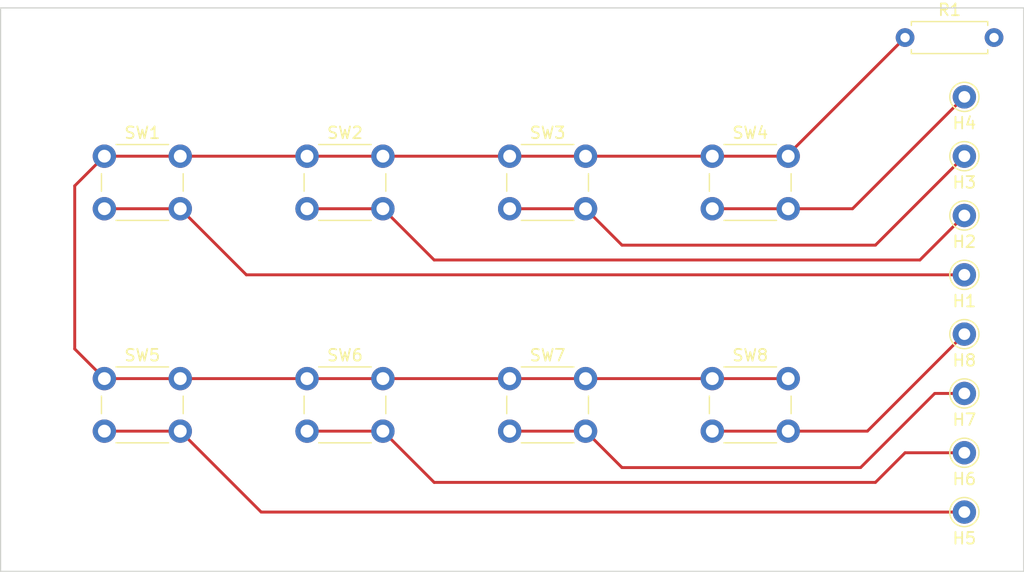
<source format=kicad_pcb>
(kicad_pcb (version 20171130) (host pcbnew "(5.1.7)-1")

  (general
    (thickness 1.6)
    (drawings 4)
    (tracks 49)
    (zones 0)
    (modules 17)
    (nets 11)
  )

  (page A4)
  (layers
    (0 F.Cu signal)
    (31 B.Cu signal)
    (32 B.Adhes user)
    (33 F.Adhes user)
    (34 B.Paste user)
    (35 F.Paste user)
    (36 B.SilkS user)
    (37 F.SilkS user)
    (38 B.Mask user)
    (39 F.Mask user)
    (40 Dwgs.User user)
    (41 Cmts.User user)
    (42 Eco1.User user)
    (43 Eco2.User user)
    (44 Edge.Cuts user)
    (45 Margin user)
    (46 B.CrtYd user)
    (47 F.CrtYd user)
    (48 B.Fab user)
    (49 F.Fab user hide)
  )

  (setup
    (last_trace_width 0.25)
    (trace_clearance 0.2)
    (zone_clearance 0.508)
    (zone_45_only no)
    (trace_min 0.2)
    (via_size 0.8)
    (via_drill 0.4)
    (via_min_size 0.4)
    (via_min_drill 0.3)
    (uvia_size 0.3)
    (uvia_drill 0.1)
    (uvias_allowed no)
    (uvia_min_size 0.2)
    (uvia_min_drill 0.1)
    (edge_width 0.05)
    (segment_width 0.2)
    (pcb_text_width 0.3)
    (pcb_text_size 1.5 1.5)
    (mod_edge_width 0.12)
    (mod_text_size 1 1)
    (mod_text_width 0.15)
    (pad_size 1.524 1.524)
    (pad_drill 0.762)
    (pad_to_mask_clearance 0)
    (aux_axis_origin 0 0)
    (visible_elements FFFFFF7F)
    (pcbplotparams
      (layerselection 0x010fc_ffffffff)
      (usegerberextensions false)
      (usegerberattributes true)
      (usegerberadvancedattributes true)
      (creategerberjobfile true)
      (excludeedgelayer true)
      (linewidth 0.100000)
      (plotframeref false)
      (viasonmask false)
      (mode 1)
      (useauxorigin false)
      (hpglpennumber 1)
      (hpglpenspeed 20)
      (hpglpendiameter 15.000000)
      (psnegative false)
      (psa4output false)
      (plotreference true)
      (plotvalue true)
      (plotinvisibletext false)
      (padsonsilk false)
      (subtractmaskfromsilk false)
      (outputformat 1)
      (mirror false)
      (drillshape 1)
      (scaleselection 1)
      (outputdirectory ""))
  )

  (net 0 "")
  (net 1 1)
  (net 2 2)
  (net 3 3)
  (net 4 4)
  (net 5 5)
  (net 6 6)
  (net 7 7)
  (net 8 8)
  (net 9 "Net-(Hpower1-Pad1)")
  (net 10 VCC)

  (net_class Default "This is the default net class."
    (clearance 0.2)
    (trace_width 0.25)
    (via_dia 0.8)
    (via_drill 0.4)
    (uvia_dia 0.3)
    (uvia_drill 0.1)
    (add_net 1)
    (add_net 2)
    (add_net 3)
    (add_net 4)
    (add_net 5)
    (add_net 6)
    (add_net 7)
    (add_net 8)
    (add_net "Net-(Hpower1-Pad1)")
    (add_net VCC)
  )

  (module Button_Switch_THT:SW_PUSH_6mm (layer F.Cu) (tedit 5A02FE31) (tstamp 5FCEC080)
    (at 149.86 82.55)
    (descr https://www.omron.com/ecb/products/pdf/en-b3f.pdf)
    (tags "tact sw push 6mm")
    (path /5FCF6A0E)
    (fp_text reference SW8 (at 3.25 -2) (layer F.SilkS)
      (effects (font (size 1 1) (thickness 0.15)))
    )
    (fp_text value SW_Push_Dual (at 3.75 6.7) (layer F.Fab)
      (effects (font (size 1 1) (thickness 0.15)))
    )
    (fp_text user %R (at 3.25 2.25) (layer F.Fab)
      (effects (font (size 1 1) (thickness 0.15)))
    )
    (fp_line (start 3.25 -0.75) (end 6.25 -0.75) (layer F.Fab) (width 0.1))
    (fp_line (start 6.25 -0.75) (end 6.25 5.25) (layer F.Fab) (width 0.1))
    (fp_line (start 6.25 5.25) (end 0.25 5.25) (layer F.Fab) (width 0.1))
    (fp_line (start 0.25 5.25) (end 0.25 -0.75) (layer F.Fab) (width 0.1))
    (fp_line (start 0.25 -0.75) (end 3.25 -0.75) (layer F.Fab) (width 0.1))
    (fp_line (start 7.75 6) (end 8 6) (layer F.CrtYd) (width 0.05))
    (fp_line (start 8 6) (end 8 5.75) (layer F.CrtYd) (width 0.05))
    (fp_line (start 7.75 -1.5) (end 8 -1.5) (layer F.CrtYd) (width 0.05))
    (fp_line (start 8 -1.5) (end 8 -1.25) (layer F.CrtYd) (width 0.05))
    (fp_line (start -1.5 -1.25) (end -1.5 -1.5) (layer F.CrtYd) (width 0.05))
    (fp_line (start -1.5 -1.5) (end -1.25 -1.5) (layer F.CrtYd) (width 0.05))
    (fp_line (start -1.5 5.75) (end -1.5 6) (layer F.CrtYd) (width 0.05))
    (fp_line (start -1.5 6) (end -1.25 6) (layer F.CrtYd) (width 0.05))
    (fp_line (start -1.25 -1.5) (end 7.75 -1.5) (layer F.CrtYd) (width 0.05))
    (fp_line (start -1.5 5.75) (end -1.5 -1.25) (layer F.CrtYd) (width 0.05))
    (fp_line (start 7.75 6) (end -1.25 6) (layer F.CrtYd) (width 0.05))
    (fp_line (start 8 -1.25) (end 8 5.75) (layer F.CrtYd) (width 0.05))
    (fp_line (start 1 5.5) (end 5.5 5.5) (layer F.SilkS) (width 0.12))
    (fp_line (start -0.25 1.5) (end -0.25 3) (layer F.SilkS) (width 0.12))
    (fp_line (start 5.5 -1) (end 1 -1) (layer F.SilkS) (width 0.12))
    (fp_line (start 6.75 3) (end 6.75 1.5) (layer F.SilkS) (width 0.12))
    (fp_circle (center 3.25 2.25) (end 1.25 2.5) (layer F.Fab) (width 0.1))
    (pad 1 thru_hole circle (at 6.5 0 90) (size 2 2) (drill 1.1) (layers *.Cu *.Mask)
      (net 10 VCC))
    (pad 2 thru_hole circle (at 6.5 4.5 90) (size 2 2) (drill 1.1) (layers *.Cu *.Mask)
      (net 8 8))
    (pad 1 thru_hole circle (at 0 0 90) (size 2 2) (drill 1.1) (layers *.Cu *.Mask)
      (net 10 VCC))
    (pad 2 thru_hole circle (at 0 4.5 90) (size 2 2) (drill 1.1) (layers *.Cu *.Mask)
      (net 8 8))
    (model ${KISYS3DMOD}/Button_Switch_THT.3dshapes/SW_PUSH_6mm.wrl
      (at (xyz 0 0 0))
      (scale (xyz 1 1 1))
      (rotate (xyz 0 0 0))
    )
  )

  (module Button_Switch_THT:SW_PUSH_6mm (layer F.Cu) (tedit 5A02FE31) (tstamp 5FCEC061)
    (at 132.503332 82.55)
    (descr https://www.omron.com/ecb/products/pdf/en-b3f.pdf)
    (tags "tact sw push 6mm")
    (path /5FCF69FE)
    (fp_text reference SW7 (at 3.25 -2) (layer F.SilkS)
      (effects (font (size 1 1) (thickness 0.15)))
    )
    (fp_text value SW_Push_Dual (at 3.75 6.7) (layer F.Fab)
      (effects (font (size 1 1) (thickness 0.15)))
    )
    (fp_text user %R (at 3.25 2.25) (layer F.Fab)
      (effects (font (size 1 1) (thickness 0.15)))
    )
    (fp_line (start 3.25 -0.75) (end 6.25 -0.75) (layer F.Fab) (width 0.1))
    (fp_line (start 6.25 -0.75) (end 6.25 5.25) (layer F.Fab) (width 0.1))
    (fp_line (start 6.25 5.25) (end 0.25 5.25) (layer F.Fab) (width 0.1))
    (fp_line (start 0.25 5.25) (end 0.25 -0.75) (layer F.Fab) (width 0.1))
    (fp_line (start 0.25 -0.75) (end 3.25 -0.75) (layer F.Fab) (width 0.1))
    (fp_line (start 7.75 6) (end 8 6) (layer F.CrtYd) (width 0.05))
    (fp_line (start 8 6) (end 8 5.75) (layer F.CrtYd) (width 0.05))
    (fp_line (start 7.75 -1.5) (end 8 -1.5) (layer F.CrtYd) (width 0.05))
    (fp_line (start 8 -1.5) (end 8 -1.25) (layer F.CrtYd) (width 0.05))
    (fp_line (start -1.5 -1.25) (end -1.5 -1.5) (layer F.CrtYd) (width 0.05))
    (fp_line (start -1.5 -1.5) (end -1.25 -1.5) (layer F.CrtYd) (width 0.05))
    (fp_line (start -1.5 5.75) (end -1.5 6) (layer F.CrtYd) (width 0.05))
    (fp_line (start -1.5 6) (end -1.25 6) (layer F.CrtYd) (width 0.05))
    (fp_line (start -1.25 -1.5) (end 7.75 -1.5) (layer F.CrtYd) (width 0.05))
    (fp_line (start -1.5 5.75) (end -1.5 -1.25) (layer F.CrtYd) (width 0.05))
    (fp_line (start 7.75 6) (end -1.25 6) (layer F.CrtYd) (width 0.05))
    (fp_line (start 8 -1.25) (end 8 5.75) (layer F.CrtYd) (width 0.05))
    (fp_line (start 1 5.5) (end 5.5 5.5) (layer F.SilkS) (width 0.12))
    (fp_line (start -0.25 1.5) (end -0.25 3) (layer F.SilkS) (width 0.12))
    (fp_line (start 5.5 -1) (end 1 -1) (layer F.SilkS) (width 0.12))
    (fp_line (start 6.75 3) (end 6.75 1.5) (layer F.SilkS) (width 0.12))
    (fp_circle (center 3.25 2.25) (end 1.25 2.5) (layer F.Fab) (width 0.1))
    (pad 1 thru_hole circle (at 6.5 0 90) (size 2 2) (drill 1.1) (layers *.Cu *.Mask)
      (net 10 VCC))
    (pad 2 thru_hole circle (at 6.5 4.5 90) (size 2 2) (drill 1.1) (layers *.Cu *.Mask)
      (net 7 7))
    (pad 1 thru_hole circle (at 0 0 90) (size 2 2) (drill 1.1) (layers *.Cu *.Mask)
      (net 10 VCC))
    (pad 2 thru_hole circle (at 0 4.5 90) (size 2 2) (drill 1.1) (layers *.Cu *.Mask)
      (net 7 7))
    (model ${KISYS3DMOD}/Button_Switch_THT.3dshapes/SW_PUSH_6mm.wrl
      (at (xyz 0 0 0))
      (scale (xyz 1 1 1))
      (rotate (xyz 0 0 0))
    )
  )

  (module Button_Switch_THT:SW_PUSH_6mm (layer F.Cu) (tedit 5A02FE31) (tstamp 5FCEC042)
    (at 115.146666 82.55)
    (descr https://www.omron.com/ecb/products/pdf/en-b3f.pdf)
    (tags "tact sw push 6mm")
    (path /5FCF69EE)
    (fp_text reference SW6 (at 3.25 -2) (layer F.SilkS)
      (effects (font (size 1 1) (thickness 0.15)))
    )
    (fp_text value SW_Push_Dual (at 3.75 6.7) (layer F.Fab)
      (effects (font (size 1 1) (thickness 0.15)))
    )
    (fp_text user %R (at 3.25 2.25) (layer F.Fab)
      (effects (font (size 1 1) (thickness 0.15)))
    )
    (fp_line (start 3.25 -0.75) (end 6.25 -0.75) (layer F.Fab) (width 0.1))
    (fp_line (start 6.25 -0.75) (end 6.25 5.25) (layer F.Fab) (width 0.1))
    (fp_line (start 6.25 5.25) (end 0.25 5.25) (layer F.Fab) (width 0.1))
    (fp_line (start 0.25 5.25) (end 0.25 -0.75) (layer F.Fab) (width 0.1))
    (fp_line (start 0.25 -0.75) (end 3.25 -0.75) (layer F.Fab) (width 0.1))
    (fp_line (start 7.75 6) (end 8 6) (layer F.CrtYd) (width 0.05))
    (fp_line (start 8 6) (end 8 5.75) (layer F.CrtYd) (width 0.05))
    (fp_line (start 7.75 -1.5) (end 8 -1.5) (layer F.CrtYd) (width 0.05))
    (fp_line (start 8 -1.5) (end 8 -1.25) (layer F.CrtYd) (width 0.05))
    (fp_line (start -1.5 -1.25) (end -1.5 -1.5) (layer F.CrtYd) (width 0.05))
    (fp_line (start -1.5 -1.5) (end -1.25 -1.5) (layer F.CrtYd) (width 0.05))
    (fp_line (start -1.5 5.75) (end -1.5 6) (layer F.CrtYd) (width 0.05))
    (fp_line (start -1.5 6) (end -1.25 6) (layer F.CrtYd) (width 0.05))
    (fp_line (start -1.25 -1.5) (end 7.75 -1.5) (layer F.CrtYd) (width 0.05))
    (fp_line (start -1.5 5.75) (end -1.5 -1.25) (layer F.CrtYd) (width 0.05))
    (fp_line (start 7.75 6) (end -1.25 6) (layer F.CrtYd) (width 0.05))
    (fp_line (start 8 -1.25) (end 8 5.75) (layer F.CrtYd) (width 0.05))
    (fp_line (start 1 5.5) (end 5.5 5.5) (layer F.SilkS) (width 0.12))
    (fp_line (start -0.25 1.5) (end -0.25 3) (layer F.SilkS) (width 0.12))
    (fp_line (start 5.5 -1) (end 1 -1) (layer F.SilkS) (width 0.12))
    (fp_line (start 6.75 3) (end 6.75 1.5) (layer F.SilkS) (width 0.12))
    (fp_circle (center 3.25 2.25) (end 1.25 2.5) (layer F.Fab) (width 0.1))
    (pad 1 thru_hole circle (at 6.5 0 90) (size 2 2) (drill 1.1) (layers *.Cu *.Mask)
      (net 10 VCC))
    (pad 2 thru_hole circle (at 6.5 4.5 90) (size 2 2) (drill 1.1) (layers *.Cu *.Mask)
      (net 6 6))
    (pad 1 thru_hole circle (at 0 0 90) (size 2 2) (drill 1.1) (layers *.Cu *.Mask)
      (net 10 VCC))
    (pad 2 thru_hole circle (at 0 4.5 90) (size 2 2) (drill 1.1) (layers *.Cu *.Mask)
      (net 6 6))
    (model ${KISYS3DMOD}/Button_Switch_THT.3dshapes/SW_PUSH_6mm.wrl
      (at (xyz 0 0 0))
      (scale (xyz 1 1 1))
      (rotate (xyz 0 0 0))
    )
  )

  (module Button_Switch_THT:SW_PUSH_6mm (layer F.Cu) (tedit 5A02FE31) (tstamp 5FCEC023)
    (at 97.79 82.55)
    (descr https://www.omron.com/ecb/products/pdf/en-b3f.pdf)
    (tags "tact sw push 6mm")
    (path /5FCF69DE)
    (fp_text reference SW5 (at 3.25 -2) (layer F.SilkS)
      (effects (font (size 1 1) (thickness 0.15)))
    )
    (fp_text value SW_Push_Dual (at 3.75 6.7) (layer F.Fab)
      (effects (font (size 1 1) (thickness 0.15)))
    )
    (fp_text user %R (at 3.25 2.25) (layer F.Fab)
      (effects (font (size 1 1) (thickness 0.15)))
    )
    (fp_line (start 3.25 -0.75) (end 6.25 -0.75) (layer F.Fab) (width 0.1))
    (fp_line (start 6.25 -0.75) (end 6.25 5.25) (layer F.Fab) (width 0.1))
    (fp_line (start 6.25 5.25) (end 0.25 5.25) (layer F.Fab) (width 0.1))
    (fp_line (start 0.25 5.25) (end 0.25 -0.75) (layer F.Fab) (width 0.1))
    (fp_line (start 0.25 -0.75) (end 3.25 -0.75) (layer F.Fab) (width 0.1))
    (fp_line (start 7.75 6) (end 8 6) (layer F.CrtYd) (width 0.05))
    (fp_line (start 8 6) (end 8 5.75) (layer F.CrtYd) (width 0.05))
    (fp_line (start 7.75 -1.5) (end 8 -1.5) (layer F.CrtYd) (width 0.05))
    (fp_line (start 8 -1.5) (end 8 -1.25) (layer F.CrtYd) (width 0.05))
    (fp_line (start -1.5 -1.25) (end -1.5 -1.5) (layer F.CrtYd) (width 0.05))
    (fp_line (start -1.5 -1.5) (end -1.25 -1.5) (layer F.CrtYd) (width 0.05))
    (fp_line (start -1.5 5.75) (end -1.5 6) (layer F.CrtYd) (width 0.05))
    (fp_line (start -1.5 6) (end -1.25 6) (layer F.CrtYd) (width 0.05))
    (fp_line (start -1.25 -1.5) (end 7.75 -1.5) (layer F.CrtYd) (width 0.05))
    (fp_line (start -1.5 5.75) (end -1.5 -1.25) (layer F.CrtYd) (width 0.05))
    (fp_line (start 7.75 6) (end -1.25 6) (layer F.CrtYd) (width 0.05))
    (fp_line (start 8 -1.25) (end 8 5.75) (layer F.CrtYd) (width 0.05))
    (fp_line (start 1 5.5) (end 5.5 5.5) (layer F.SilkS) (width 0.12))
    (fp_line (start -0.25 1.5) (end -0.25 3) (layer F.SilkS) (width 0.12))
    (fp_line (start 5.5 -1) (end 1 -1) (layer F.SilkS) (width 0.12))
    (fp_line (start 6.75 3) (end 6.75 1.5) (layer F.SilkS) (width 0.12))
    (fp_circle (center 3.25 2.25) (end 1.25 2.5) (layer F.Fab) (width 0.1))
    (pad 1 thru_hole circle (at 6.5 0 90) (size 2 2) (drill 1.1) (layers *.Cu *.Mask)
      (net 10 VCC))
    (pad 2 thru_hole circle (at 6.5 4.5 90) (size 2 2) (drill 1.1) (layers *.Cu *.Mask)
      (net 5 5))
    (pad 1 thru_hole circle (at 0 0 90) (size 2 2) (drill 1.1) (layers *.Cu *.Mask)
      (net 10 VCC))
    (pad 2 thru_hole circle (at 0 4.5 90) (size 2 2) (drill 1.1) (layers *.Cu *.Mask)
      (net 5 5))
    (model ${KISYS3DMOD}/Button_Switch_THT.3dshapes/SW_PUSH_6mm.wrl
      (at (xyz 0 0 0))
      (scale (xyz 1 1 1))
      (rotate (xyz 0 0 0))
    )
  )

  (module Button_Switch_THT:SW_PUSH_6mm (layer F.Cu) (tedit 5A02FE31) (tstamp 5FCEC004)
    (at 149.86 63.5)
    (descr https://www.omron.com/ecb/products/pdf/en-b3f.pdf)
    (tags "tact sw push 6mm")
    (path /5FCEDB72)
    (fp_text reference SW4 (at 3.25 -2) (layer F.SilkS)
      (effects (font (size 1 1) (thickness 0.15)))
    )
    (fp_text value SW_Push_Dual (at 3.75 6.7) (layer F.Fab)
      (effects (font (size 1 1) (thickness 0.15)))
    )
    (fp_text user %R (at 3.25 2.25) (layer F.Fab)
      (effects (font (size 1 1) (thickness 0.15)))
    )
    (fp_line (start 3.25 -0.75) (end 6.25 -0.75) (layer F.Fab) (width 0.1))
    (fp_line (start 6.25 -0.75) (end 6.25 5.25) (layer F.Fab) (width 0.1))
    (fp_line (start 6.25 5.25) (end 0.25 5.25) (layer F.Fab) (width 0.1))
    (fp_line (start 0.25 5.25) (end 0.25 -0.75) (layer F.Fab) (width 0.1))
    (fp_line (start 0.25 -0.75) (end 3.25 -0.75) (layer F.Fab) (width 0.1))
    (fp_line (start 7.75 6) (end 8 6) (layer F.CrtYd) (width 0.05))
    (fp_line (start 8 6) (end 8 5.75) (layer F.CrtYd) (width 0.05))
    (fp_line (start 7.75 -1.5) (end 8 -1.5) (layer F.CrtYd) (width 0.05))
    (fp_line (start 8 -1.5) (end 8 -1.25) (layer F.CrtYd) (width 0.05))
    (fp_line (start -1.5 -1.25) (end -1.5 -1.5) (layer F.CrtYd) (width 0.05))
    (fp_line (start -1.5 -1.5) (end -1.25 -1.5) (layer F.CrtYd) (width 0.05))
    (fp_line (start -1.5 5.75) (end -1.5 6) (layer F.CrtYd) (width 0.05))
    (fp_line (start -1.5 6) (end -1.25 6) (layer F.CrtYd) (width 0.05))
    (fp_line (start -1.25 -1.5) (end 7.75 -1.5) (layer F.CrtYd) (width 0.05))
    (fp_line (start -1.5 5.75) (end -1.5 -1.25) (layer F.CrtYd) (width 0.05))
    (fp_line (start 7.75 6) (end -1.25 6) (layer F.CrtYd) (width 0.05))
    (fp_line (start 8 -1.25) (end 8 5.75) (layer F.CrtYd) (width 0.05))
    (fp_line (start 1 5.5) (end 5.5 5.5) (layer F.SilkS) (width 0.12))
    (fp_line (start -0.25 1.5) (end -0.25 3) (layer F.SilkS) (width 0.12))
    (fp_line (start 5.5 -1) (end 1 -1) (layer F.SilkS) (width 0.12))
    (fp_line (start 6.75 3) (end 6.75 1.5) (layer F.SilkS) (width 0.12))
    (fp_circle (center 3.25 2.25) (end 1.25 2.5) (layer F.Fab) (width 0.1))
    (pad 1 thru_hole circle (at 6.5 0 90) (size 2 2) (drill 1.1) (layers *.Cu *.Mask)
      (net 10 VCC))
    (pad 2 thru_hole circle (at 6.5 4.5 90) (size 2 2) (drill 1.1) (layers *.Cu *.Mask)
      (net 4 4))
    (pad 1 thru_hole circle (at 0 0 90) (size 2 2) (drill 1.1) (layers *.Cu *.Mask)
      (net 10 VCC))
    (pad 2 thru_hole circle (at 0 4.5 90) (size 2 2) (drill 1.1) (layers *.Cu *.Mask)
      (net 4 4))
    (model ${KISYS3DMOD}/Button_Switch_THT.3dshapes/SW_PUSH_6mm.wrl
      (at (xyz 0 0 0))
      (scale (xyz 1 1 1))
      (rotate (xyz 0 0 0))
    )
  )

  (module Button_Switch_THT:SW_PUSH_6mm (layer F.Cu) (tedit 5A02FE31) (tstamp 5FCEBFE5)
    (at 132.503332 63.5)
    (descr https://www.omron.com/ecb/products/pdf/en-b3f.pdf)
    (tags "tact sw push 6mm")
    (path /5FCEDB62)
    (fp_text reference SW3 (at 3.25 -2) (layer F.SilkS)
      (effects (font (size 1 1) (thickness 0.15)))
    )
    (fp_text value SW_Push_Dual (at 3.75 6.7) (layer F.Fab)
      (effects (font (size 1 1) (thickness 0.15)))
    )
    (fp_text user %R (at 3.25 2.25) (layer F.Fab)
      (effects (font (size 1 1) (thickness 0.15)))
    )
    (fp_line (start 3.25 -0.75) (end 6.25 -0.75) (layer F.Fab) (width 0.1))
    (fp_line (start 6.25 -0.75) (end 6.25 5.25) (layer F.Fab) (width 0.1))
    (fp_line (start 6.25 5.25) (end 0.25 5.25) (layer F.Fab) (width 0.1))
    (fp_line (start 0.25 5.25) (end 0.25 -0.75) (layer F.Fab) (width 0.1))
    (fp_line (start 0.25 -0.75) (end 3.25 -0.75) (layer F.Fab) (width 0.1))
    (fp_line (start 7.75 6) (end 8 6) (layer F.CrtYd) (width 0.05))
    (fp_line (start 8 6) (end 8 5.75) (layer F.CrtYd) (width 0.05))
    (fp_line (start 7.75 -1.5) (end 8 -1.5) (layer F.CrtYd) (width 0.05))
    (fp_line (start 8 -1.5) (end 8 -1.25) (layer F.CrtYd) (width 0.05))
    (fp_line (start -1.5 -1.25) (end -1.5 -1.5) (layer F.CrtYd) (width 0.05))
    (fp_line (start -1.5 -1.5) (end -1.25 -1.5) (layer F.CrtYd) (width 0.05))
    (fp_line (start -1.5 5.75) (end -1.5 6) (layer F.CrtYd) (width 0.05))
    (fp_line (start -1.5 6) (end -1.25 6) (layer F.CrtYd) (width 0.05))
    (fp_line (start -1.25 -1.5) (end 7.75 -1.5) (layer F.CrtYd) (width 0.05))
    (fp_line (start -1.5 5.75) (end -1.5 -1.25) (layer F.CrtYd) (width 0.05))
    (fp_line (start 7.75 6) (end -1.25 6) (layer F.CrtYd) (width 0.05))
    (fp_line (start 8 -1.25) (end 8 5.75) (layer F.CrtYd) (width 0.05))
    (fp_line (start 1 5.5) (end 5.5 5.5) (layer F.SilkS) (width 0.12))
    (fp_line (start -0.25 1.5) (end -0.25 3) (layer F.SilkS) (width 0.12))
    (fp_line (start 5.5 -1) (end 1 -1) (layer F.SilkS) (width 0.12))
    (fp_line (start 6.75 3) (end 6.75 1.5) (layer F.SilkS) (width 0.12))
    (fp_circle (center 3.25 2.25) (end 1.25 2.5) (layer F.Fab) (width 0.1))
    (pad 1 thru_hole circle (at 6.5 0 90) (size 2 2) (drill 1.1) (layers *.Cu *.Mask)
      (net 10 VCC))
    (pad 2 thru_hole circle (at 6.5 4.5 90) (size 2 2) (drill 1.1) (layers *.Cu *.Mask)
      (net 3 3))
    (pad 1 thru_hole circle (at 0 0 90) (size 2 2) (drill 1.1) (layers *.Cu *.Mask)
      (net 10 VCC))
    (pad 2 thru_hole circle (at 0 4.5 90) (size 2 2) (drill 1.1) (layers *.Cu *.Mask)
      (net 3 3))
    (model ${KISYS3DMOD}/Button_Switch_THT.3dshapes/SW_PUSH_6mm.wrl
      (at (xyz 0 0 0))
      (scale (xyz 1 1 1))
      (rotate (xyz 0 0 0))
    )
  )

  (module Button_Switch_THT:SW_PUSH_6mm (layer F.Cu) (tedit 5A02FE31) (tstamp 5FCEBFC6)
    (at 115.146666 63.5)
    (descr https://www.omron.com/ecb/products/pdf/en-b3f.pdf)
    (tags "tact sw push 6mm")
    (path /5FCEA80F)
    (fp_text reference SW2 (at 3.25 -2) (layer F.SilkS)
      (effects (font (size 1 1) (thickness 0.15)))
    )
    (fp_text value SW_Push_Dual (at 3.75 6.7) (layer F.Fab)
      (effects (font (size 1 1) (thickness 0.15)))
    )
    (fp_text user %R (at 3.25 2.25) (layer F.Fab)
      (effects (font (size 1 1) (thickness 0.15)))
    )
    (fp_line (start 3.25 -0.75) (end 6.25 -0.75) (layer F.Fab) (width 0.1))
    (fp_line (start 6.25 -0.75) (end 6.25 5.25) (layer F.Fab) (width 0.1))
    (fp_line (start 6.25 5.25) (end 0.25 5.25) (layer F.Fab) (width 0.1))
    (fp_line (start 0.25 5.25) (end 0.25 -0.75) (layer F.Fab) (width 0.1))
    (fp_line (start 0.25 -0.75) (end 3.25 -0.75) (layer F.Fab) (width 0.1))
    (fp_line (start 7.75 6) (end 8 6) (layer F.CrtYd) (width 0.05))
    (fp_line (start 8 6) (end 8 5.75) (layer F.CrtYd) (width 0.05))
    (fp_line (start 7.75 -1.5) (end 8 -1.5) (layer F.CrtYd) (width 0.05))
    (fp_line (start 8 -1.5) (end 8 -1.25) (layer F.CrtYd) (width 0.05))
    (fp_line (start -1.5 -1.25) (end -1.5 -1.5) (layer F.CrtYd) (width 0.05))
    (fp_line (start -1.5 -1.5) (end -1.25 -1.5) (layer F.CrtYd) (width 0.05))
    (fp_line (start -1.5 5.75) (end -1.5 6) (layer F.CrtYd) (width 0.05))
    (fp_line (start -1.5 6) (end -1.25 6) (layer F.CrtYd) (width 0.05))
    (fp_line (start -1.25 -1.5) (end 7.75 -1.5) (layer F.CrtYd) (width 0.05))
    (fp_line (start -1.5 5.75) (end -1.5 -1.25) (layer F.CrtYd) (width 0.05))
    (fp_line (start 7.75 6) (end -1.25 6) (layer F.CrtYd) (width 0.05))
    (fp_line (start 8 -1.25) (end 8 5.75) (layer F.CrtYd) (width 0.05))
    (fp_line (start 1 5.5) (end 5.5 5.5) (layer F.SilkS) (width 0.12))
    (fp_line (start -0.25 1.5) (end -0.25 3) (layer F.SilkS) (width 0.12))
    (fp_line (start 5.5 -1) (end 1 -1) (layer F.SilkS) (width 0.12))
    (fp_line (start 6.75 3) (end 6.75 1.5) (layer F.SilkS) (width 0.12))
    (fp_circle (center 3.25 2.25) (end 1.25 2.5) (layer F.Fab) (width 0.1))
    (pad 1 thru_hole circle (at 6.5 0 90) (size 2 2) (drill 1.1) (layers *.Cu *.Mask)
      (net 10 VCC))
    (pad 2 thru_hole circle (at 6.5 4.5 90) (size 2 2) (drill 1.1) (layers *.Cu *.Mask)
      (net 2 2))
    (pad 1 thru_hole circle (at 0 0 90) (size 2 2) (drill 1.1) (layers *.Cu *.Mask)
      (net 10 VCC))
    (pad 2 thru_hole circle (at 0 4.5 90) (size 2 2) (drill 1.1) (layers *.Cu *.Mask)
      (net 2 2))
    (model ${KISYS3DMOD}/Button_Switch_THT.3dshapes/SW_PUSH_6mm.wrl
      (at (xyz 0 0 0))
      (scale (xyz 1 1 1))
      (rotate (xyz 0 0 0))
    )
  )

  (module Button_Switch_THT:SW_PUSH_6mm (layer F.Cu) (tedit 5A02FE31) (tstamp 5FCEBFA7)
    (at 97.79 63.5)
    (descr https://www.omron.com/ecb/products/pdf/en-b3f.pdf)
    (tags "tact sw push 6mm")
    (path /5FCE2D3C)
    (fp_text reference SW1 (at 3.25 -2) (layer F.SilkS)
      (effects (font (size 1 1) (thickness 0.15)))
    )
    (fp_text value SW_Push_Dual (at 3.75 6.7) (layer F.Fab)
      (effects (font (size 1 1) (thickness 0.15)))
    )
    (fp_text user %R (at 3.25 2.25) (layer F.Fab)
      (effects (font (size 1 1) (thickness 0.15)))
    )
    (fp_line (start 3.25 -0.75) (end 6.25 -0.75) (layer F.Fab) (width 0.1))
    (fp_line (start 6.25 -0.75) (end 6.25 5.25) (layer F.Fab) (width 0.1))
    (fp_line (start 6.25 5.25) (end 0.25 5.25) (layer F.Fab) (width 0.1))
    (fp_line (start 0.25 5.25) (end 0.25 -0.75) (layer F.Fab) (width 0.1))
    (fp_line (start 0.25 -0.75) (end 3.25 -0.75) (layer F.Fab) (width 0.1))
    (fp_line (start 7.75 6) (end 8 6) (layer F.CrtYd) (width 0.05))
    (fp_line (start 8 6) (end 8 5.75) (layer F.CrtYd) (width 0.05))
    (fp_line (start 7.75 -1.5) (end 8 -1.5) (layer F.CrtYd) (width 0.05))
    (fp_line (start 8 -1.5) (end 8 -1.25) (layer F.CrtYd) (width 0.05))
    (fp_line (start -1.5 -1.25) (end -1.5 -1.5) (layer F.CrtYd) (width 0.05))
    (fp_line (start -1.5 -1.5) (end -1.25 -1.5) (layer F.CrtYd) (width 0.05))
    (fp_line (start -1.5 5.75) (end -1.5 6) (layer F.CrtYd) (width 0.05))
    (fp_line (start -1.5 6) (end -1.25 6) (layer F.CrtYd) (width 0.05))
    (fp_line (start -1.25 -1.5) (end 7.75 -1.5) (layer F.CrtYd) (width 0.05))
    (fp_line (start -1.5 5.75) (end -1.5 -1.25) (layer F.CrtYd) (width 0.05))
    (fp_line (start 7.75 6) (end -1.25 6) (layer F.CrtYd) (width 0.05))
    (fp_line (start 8 -1.25) (end 8 5.75) (layer F.CrtYd) (width 0.05))
    (fp_line (start 1 5.5) (end 5.5 5.5) (layer F.SilkS) (width 0.12))
    (fp_line (start -0.25 1.5) (end -0.25 3) (layer F.SilkS) (width 0.12))
    (fp_line (start 5.5 -1) (end 1 -1) (layer F.SilkS) (width 0.12))
    (fp_line (start 6.75 3) (end 6.75 1.5) (layer F.SilkS) (width 0.12))
    (fp_circle (center 3.25 2.25) (end 1.25 2.5) (layer F.Fab) (width 0.1))
    (pad 1 thru_hole circle (at 6.5 0 90) (size 2 2) (drill 1.1) (layers *.Cu *.Mask)
      (net 10 VCC))
    (pad 2 thru_hole circle (at 6.5 4.5 90) (size 2 2) (drill 1.1) (layers *.Cu *.Mask)
      (net 1 1))
    (pad 1 thru_hole circle (at 0 0 90) (size 2 2) (drill 1.1) (layers *.Cu *.Mask)
      (net 10 VCC))
    (pad 2 thru_hole circle (at 0 4.5 90) (size 2 2) (drill 1.1) (layers *.Cu *.Mask)
      (net 1 1))
    (model ${KISYS3DMOD}/Button_Switch_THT.3dshapes/SW_PUSH_6mm.wrl
      (at (xyz 0 0 0))
      (scale (xyz 1 1 1))
      (rotate (xyz 0 0 0))
    )
  )

  (module Resistor_THT:R_Axial_DIN0207_L6.3mm_D2.5mm_P7.62mm_Horizontal (layer F.Cu) (tedit 5AE5139B) (tstamp 5FCED263)
    (at 166.37 53.34)
    (descr "Resistor, Axial_DIN0207 series, Axial, Horizontal, pin pitch=7.62mm, 0.25W = 1/4W, length*diameter=6.3*2.5mm^2, http://cdn-reichelt.de/documents/datenblatt/B400/1_4W%23YAG.pdf")
    (tags "Resistor Axial_DIN0207 series Axial Horizontal pin pitch 7.62mm 0.25W = 1/4W length 6.3mm diameter 2.5mm")
    (path /5FCFEB98)
    (fp_text reference R1 (at 3.81 -2.37) (layer F.SilkS)
      (effects (font (size 1 1) (thickness 0.15)))
    )
    (fp_text value 1M (at 3.81 2.37) (layer F.Fab)
      (effects (font (size 1 1) (thickness 0.15)))
    )
    (fp_text user %R (at 3.81 0) (layer F.Fab)
      (effects (font (size 1 1) (thickness 0.15)))
    )
    (fp_line (start 0.66 -1.25) (end 0.66 1.25) (layer F.Fab) (width 0.1))
    (fp_line (start 0.66 1.25) (end 6.96 1.25) (layer F.Fab) (width 0.1))
    (fp_line (start 6.96 1.25) (end 6.96 -1.25) (layer F.Fab) (width 0.1))
    (fp_line (start 6.96 -1.25) (end 0.66 -1.25) (layer F.Fab) (width 0.1))
    (fp_line (start 0 0) (end 0.66 0) (layer F.Fab) (width 0.1))
    (fp_line (start 7.62 0) (end 6.96 0) (layer F.Fab) (width 0.1))
    (fp_line (start 0.54 -1.04) (end 0.54 -1.37) (layer F.SilkS) (width 0.12))
    (fp_line (start 0.54 -1.37) (end 7.08 -1.37) (layer F.SilkS) (width 0.12))
    (fp_line (start 7.08 -1.37) (end 7.08 -1.04) (layer F.SilkS) (width 0.12))
    (fp_line (start 0.54 1.04) (end 0.54 1.37) (layer F.SilkS) (width 0.12))
    (fp_line (start 0.54 1.37) (end 7.08 1.37) (layer F.SilkS) (width 0.12))
    (fp_line (start 7.08 1.37) (end 7.08 1.04) (layer F.SilkS) (width 0.12))
    (fp_line (start -1.05 -1.5) (end -1.05 1.5) (layer F.CrtYd) (width 0.05))
    (fp_line (start -1.05 1.5) (end 8.67 1.5) (layer F.CrtYd) (width 0.05))
    (fp_line (start 8.67 1.5) (end 8.67 -1.5) (layer F.CrtYd) (width 0.05))
    (fp_line (start 8.67 -1.5) (end -1.05 -1.5) (layer F.CrtYd) (width 0.05))
    (pad 2 thru_hole oval (at 7.62 0) (size 1.6 1.6) (drill 0.8) (layers *.Cu *.Mask)
      (net 9 "Net-(Hpower1-Pad1)"))
    (pad 1 thru_hole circle (at 0 0) (size 1.6 1.6) (drill 0.8) (layers *.Cu *.Mask)
      (net 10 VCC))
    (model ${KISYS3DMOD}/Resistor_THT.3dshapes/R_Axial_DIN0207_L6.3mm_D2.5mm_P7.62mm_Horizontal.wrl
      (at (xyz 0 0 0))
      (scale (xyz 1 1 1))
      (rotate (xyz 0 0 0))
    )
  )

  (module Connector_Pin:Pin_D1.0mm_L10.0mm (layer F.Cu) (tedit 5A1DC084) (tstamp 5FCEBF67)
    (at 171.45 78.74)
    (descr "solder Pin_ diameter 1.0mm, hole diameter 1.0mm (press fit), length 10.0mm")
    (tags "solder Pin_ press fit")
    (path /5FCFBFC6)
    (fp_text reference H8 (at 0 2.25) (layer F.SilkS)
      (effects (font (size 1 1) (thickness 0.15)))
    )
    (fp_text value MountingHole_Pad (at 0 -2.05) (layer F.Fab)
      (effects (font (size 1 1) (thickness 0.15)))
    )
    (fp_text user %R (at 0 2.25) (layer F.Fab)
      (effects (font (size 1 1) (thickness 0.15)))
    )
    (fp_circle (center 0 0) (end 1.5 0) (layer F.CrtYd) (width 0.05))
    (fp_circle (center 0 0) (end 0.5 0) (layer F.Fab) (width 0.12))
    (fp_circle (center 0 0) (end 1 0) (layer F.Fab) (width 0.12))
    (fp_circle (center 0 0) (end 1.25 0.05) (layer F.SilkS) (width 0.12))
    (pad 1 thru_hole circle (at 0 0) (size 2 2) (drill 1) (layers *.Cu *.Mask)
      (net 8 8))
    (model ${KISYS3DMOD}/Connector_Pin.3dshapes/Pin_D1.0mm_L10.0mm.wrl
      (at (xyz 0 0 0))
      (scale (xyz 1 1 1))
      (rotate (xyz 0 0 0))
    )
  )

  (module Connector_Pin:Pin_D1.0mm_L10.0mm (layer F.Cu) (tedit 5A1DC084) (tstamp 5FCEBF5D)
    (at 171.45 83.82)
    (descr "solder Pin_ diameter 1.0mm, hole diameter 1.0mm (press fit), length 10.0mm")
    (tags "solder Pin_ press fit")
    (path /5FCFBFCC)
    (fp_text reference H7 (at 0 2.25) (layer F.SilkS)
      (effects (font (size 1 1) (thickness 0.15)))
    )
    (fp_text value MountingHole_Pad (at 0 -2.05) (layer F.Fab)
      (effects (font (size 1 1) (thickness 0.15)))
    )
    (fp_text user %R (at 0 2.25) (layer F.Fab)
      (effects (font (size 1 1) (thickness 0.15)))
    )
    (fp_circle (center 0 0) (end 1.5 0) (layer F.CrtYd) (width 0.05))
    (fp_circle (center 0 0) (end 0.5 0) (layer F.Fab) (width 0.12))
    (fp_circle (center 0 0) (end 1 0) (layer F.Fab) (width 0.12))
    (fp_circle (center 0 0) (end 1.25 0.05) (layer F.SilkS) (width 0.12))
    (pad 1 thru_hole circle (at 0 0) (size 2 2) (drill 1) (layers *.Cu *.Mask)
      (net 7 7))
    (model ${KISYS3DMOD}/Connector_Pin.3dshapes/Pin_D1.0mm_L10.0mm.wrl
      (at (xyz 0 0 0))
      (scale (xyz 1 1 1))
      (rotate (xyz 0 0 0))
    )
  )

  (module Connector_Pin:Pin_D1.0mm_L10.0mm (layer F.Cu) (tedit 5A1DC084) (tstamp 5FCEBF53)
    (at 171.45 88.9)
    (descr "solder Pin_ diameter 1.0mm, hole diameter 1.0mm (press fit), length 10.0mm")
    (tags "solder Pin_ press fit")
    (path /5FCFBFD2)
    (fp_text reference H6 (at 0 2.25) (layer F.SilkS)
      (effects (font (size 1 1) (thickness 0.15)))
    )
    (fp_text value MountingHole_Pad (at 0 -2.05) (layer F.Fab)
      (effects (font (size 1 1) (thickness 0.15)))
    )
    (fp_text user %R (at 0 2.25) (layer F.Fab)
      (effects (font (size 1 1) (thickness 0.15)))
    )
    (fp_circle (center 0 0) (end 1.5 0) (layer F.CrtYd) (width 0.05))
    (fp_circle (center 0 0) (end 0.5 0) (layer F.Fab) (width 0.12))
    (fp_circle (center 0 0) (end 1 0) (layer F.Fab) (width 0.12))
    (fp_circle (center 0 0) (end 1.25 0.05) (layer F.SilkS) (width 0.12))
    (pad 1 thru_hole circle (at 0 0) (size 2 2) (drill 1) (layers *.Cu *.Mask)
      (net 6 6))
    (model ${KISYS3DMOD}/Connector_Pin.3dshapes/Pin_D1.0mm_L10.0mm.wrl
      (at (xyz 0 0 0))
      (scale (xyz 1 1 1))
      (rotate (xyz 0 0 0))
    )
  )

  (module Connector_Pin:Pin_D1.0mm_L10.0mm (layer F.Cu) (tedit 5A1DC084) (tstamp 5FCEBF49)
    (at 171.45 93.98)
    (descr "solder Pin_ diameter 1.0mm, hole diameter 1.0mm (press fit), length 10.0mm")
    (tags "solder Pin_ press fit")
    (path /5FCFBFD8)
    (fp_text reference H5 (at 0 2.25) (layer F.SilkS)
      (effects (font (size 1 1) (thickness 0.15)))
    )
    (fp_text value MountingHole_Pad (at 0 -2.05) (layer F.Fab)
      (effects (font (size 1 1) (thickness 0.15)))
    )
    (fp_text user %R (at 0 2.25) (layer F.Fab)
      (effects (font (size 1 1) (thickness 0.15)))
    )
    (fp_circle (center 0 0) (end 1.5 0) (layer F.CrtYd) (width 0.05))
    (fp_circle (center 0 0) (end 0.5 0) (layer F.Fab) (width 0.12))
    (fp_circle (center 0 0) (end 1 0) (layer F.Fab) (width 0.12))
    (fp_circle (center 0 0) (end 1.25 0.05) (layer F.SilkS) (width 0.12))
    (pad 1 thru_hole circle (at 0 0) (size 2 2) (drill 1) (layers *.Cu *.Mask)
      (net 5 5))
    (model ${KISYS3DMOD}/Connector_Pin.3dshapes/Pin_D1.0mm_L10.0mm.wrl
      (at (xyz 0 0 0))
      (scale (xyz 1 1 1))
      (rotate (xyz 0 0 0))
    )
  )

  (module Connector_Pin:Pin_D1.0mm_L10.0mm (layer F.Cu) (tedit 5A1DC084) (tstamp 5FCEBF3F)
    (at 171.45 58.42)
    (descr "solder Pin_ diameter 1.0mm, hole diameter 1.0mm (press fit), length 10.0mm")
    (tags "solder Pin_ press fit")
    (path /5FCF9FFE)
    (fp_text reference H4 (at 0 2.25) (layer F.SilkS)
      (effects (font (size 1 1) (thickness 0.15)))
    )
    (fp_text value MountingHole_Pad (at 0 -2.05) (layer F.Fab)
      (effects (font (size 1 1) (thickness 0.15)))
    )
    (fp_text user %R (at 0 2.25) (layer F.Fab)
      (effects (font (size 1 1) (thickness 0.15)))
    )
    (fp_circle (center 0 0) (end 1.5 0) (layer F.CrtYd) (width 0.05))
    (fp_circle (center 0 0) (end 0.5 0) (layer F.Fab) (width 0.12))
    (fp_circle (center 0 0) (end 1 0) (layer F.Fab) (width 0.12))
    (fp_circle (center 0 0) (end 1.25 0.05) (layer F.SilkS) (width 0.12))
    (pad 1 thru_hole circle (at 0 0) (size 2 2) (drill 1) (layers *.Cu *.Mask)
      (net 4 4))
    (model ${KISYS3DMOD}/Connector_Pin.3dshapes/Pin_D1.0mm_L10.0mm.wrl
      (at (xyz 0 0 0))
      (scale (xyz 1 1 1))
      (rotate (xyz 0 0 0))
    )
  )

  (module Connector_Pin:Pin_D1.0mm_L10.0mm (layer F.Cu) (tedit 5A1DC084) (tstamp 5FCEBF35)
    (at 171.45 63.5)
    (descr "solder Pin_ diameter 1.0mm, hole diameter 1.0mm (press fit), length 10.0mm")
    (tags "solder Pin_ press fit")
    (path /5FCFA506)
    (fp_text reference H3 (at 0 2.25) (layer F.SilkS)
      (effects (font (size 1 1) (thickness 0.15)))
    )
    (fp_text value MountingHole_Pad (at 0 -2.05) (layer F.Fab)
      (effects (font (size 1 1) (thickness 0.15)))
    )
    (fp_text user %R (at 0 2.25) (layer F.Fab)
      (effects (font (size 1 1) (thickness 0.15)))
    )
    (fp_circle (center 0 0) (end 1.5 0) (layer F.CrtYd) (width 0.05))
    (fp_circle (center 0 0) (end 0.5 0) (layer F.Fab) (width 0.12))
    (fp_circle (center 0 0) (end 1 0) (layer F.Fab) (width 0.12))
    (fp_circle (center 0 0) (end 1.25 0.05) (layer F.SilkS) (width 0.12))
    (pad 1 thru_hole circle (at 0 0) (size 2 2) (drill 1) (layers *.Cu *.Mask)
      (net 3 3))
    (model ${KISYS3DMOD}/Connector_Pin.3dshapes/Pin_D1.0mm_L10.0mm.wrl
      (at (xyz 0 0 0))
      (scale (xyz 1 1 1))
      (rotate (xyz 0 0 0))
    )
  )

  (module Connector_Pin:Pin_D1.0mm_L10.0mm (layer F.Cu) (tedit 5A1DC084) (tstamp 5FCEBF2B)
    (at 171.45 68.58)
    (descr "solder Pin_ diameter 1.0mm, hole diameter 1.0mm (press fit), length 10.0mm")
    (tags "solder Pin_ press fit")
    (path /5FCFAFD0)
    (fp_text reference H2 (at 0 2.25) (layer F.SilkS)
      (effects (font (size 1 1) (thickness 0.15)))
    )
    (fp_text value MountingHole_Pad (at 0 -2.05) (layer F.Fab)
      (effects (font (size 1 1) (thickness 0.15)))
    )
    (fp_text user %R (at 0 2.25) (layer F.Fab)
      (effects (font (size 1 1) (thickness 0.15)))
    )
    (fp_circle (center 0 0) (end 1.5 0) (layer F.CrtYd) (width 0.05))
    (fp_circle (center 0 0) (end 0.5 0) (layer F.Fab) (width 0.12))
    (fp_circle (center 0 0) (end 1 0) (layer F.Fab) (width 0.12))
    (fp_circle (center 0 0) (end 1.25 0.05) (layer F.SilkS) (width 0.12))
    (pad 1 thru_hole circle (at 0 0) (size 2 2) (drill 1) (layers *.Cu *.Mask)
      (net 2 2))
    (model ${KISYS3DMOD}/Connector_Pin.3dshapes/Pin_D1.0mm_L10.0mm.wrl
      (at (xyz 0 0 0))
      (scale (xyz 1 1 1))
      (rotate (xyz 0 0 0))
    )
  )

  (module Connector_Pin:Pin_D1.0mm_L10.0mm (layer F.Cu) (tedit 5A1DC084) (tstamp 5FCEBF21)
    (at 171.45 73.66)
    (descr "solder Pin_ diameter 1.0mm, hole diameter 1.0mm (press fit), length 10.0mm")
    (tags "solder Pin_ press fit")
    (path /5FCFAFD6)
    (fp_text reference H1 (at 0 2.25) (layer F.SilkS)
      (effects (font (size 1 1) (thickness 0.15)))
    )
    (fp_text value MountingHole_Pad (at 0 -2.05) (layer F.Fab)
      (effects (font (size 1 1) (thickness 0.15)))
    )
    (fp_text user %R (at 0 2.25) (layer F.Fab)
      (effects (font (size 1 1) (thickness 0.15)))
    )
    (fp_circle (center 0 0) (end 1.5 0) (layer F.CrtYd) (width 0.05))
    (fp_circle (center 0 0) (end 0.5 0) (layer F.Fab) (width 0.12))
    (fp_circle (center 0 0) (end 1 0) (layer F.Fab) (width 0.12))
    (fp_circle (center 0 0) (end 1.25 0.05) (layer F.SilkS) (width 0.12))
    (pad 1 thru_hole circle (at 0 0) (size 2 2) (drill 1) (layers *.Cu *.Mask)
      (net 1 1))
    (model ${KISYS3DMOD}/Connector_Pin.3dshapes/Pin_D1.0mm_L10.0mm.wrl
      (at (xyz 0 0 0))
      (scale (xyz 1 1 1))
      (rotate (xyz 0 0 0))
    )
  )

  (gr_line (start 176.53 50.8) (end 176.53 99.06) (layer Edge.Cuts) (width 0.1))
  (gr_line (start 88.9 50.8) (end 176.53 50.8) (layer Edge.Cuts) (width 0.1))
  (gr_line (start 88.9 99.06) (end 88.9 50.8) (layer Edge.Cuts) (width 0.1))
  (gr_line (start 176.53 99.06) (end 88.9 99.06) (layer Edge.Cuts) (width 0.1))

  (segment (start 97.79 68) (end 104.29 68) (width 0.25) (layer F.Cu) (net 1))
  (segment (start 109.95 73.66) (end 171.45 73.66) (width 0.25) (layer F.Cu) (net 1))
  (segment (start 104.29 68) (end 109.95 73.66) (width 0.25) (layer F.Cu) (net 1))
  (segment (start 115.146666 68) (end 121.646666 68) (width 0.25) (layer F.Cu) (net 2))
  (segment (start 121.646666 68) (end 126.036666 72.39) (width 0.25) (layer F.Cu) (net 2))
  (segment (start 167.64 72.39) (end 171.45 68.58) (width 0.25) (layer F.Cu) (net 2))
  (segment (start 126.036666 72.39) (end 167.64 72.39) (width 0.25) (layer F.Cu) (net 2))
  (segment (start 132.503332 68) (end 139.003332 68) (width 0.25) (layer F.Cu) (net 3))
  (segment (start 139.003332 68) (end 142.123332 71.12) (width 0.25) (layer F.Cu) (net 3))
  (segment (start 163.83 71.12) (end 171.45 63.5) (width 0.25) (layer F.Cu) (net 3))
  (segment (start 142.123332 71.12) (end 163.83 71.12) (width 0.25) (layer F.Cu) (net 3))
  (segment (start 149.86 68) (end 156.36 68) (width 0.25) (layer F.Cu) (net 4))
  (segment (start 161.87 68) (end 171.45 58.42) (width 0.25) (layer F.Cu) (net 4))
  (segment (start 156.36 68) (end 161.87 68) (width 0.25) (layer F.Cu) (net 4))
  (segment (start 111.22 93.98) (end 104.29 87.05) (width 0.25) (layer F.Cu) (net 5))
  (segment (start 171.45 93.98) (end 111.22 93.98) (width 0.25) (layer F.Cu) (net 5))
  (segment (start 104.29 87.05) (end 97.79 87.05) (width 0.25) (layer F.Cu) (net 5))
  (segment (start 171.45 88.9) (end 166.37 88.9) (width 0.25) (layer F.Cu) (net 6))
  (segment (start 166.37 88.9) (end 163.83 91.44) (width 0.25) (layer F.Cu) (net 6))
  (segment (start 126.036666 91.44) (end 121.646666 87.05) (width 0.25) (layer F.Cu) (net 6))
  (segment (start 163.83 91.44) (end 126.036666 91.44) (width 0.25) (layer F.Cu) (net 6))
  (segment (start 115.146666 87.05) (end 121.646666 87.05) (width 0.25) (layer F.Cu) (net 6))
  (segment (start 171.45 83.82) (end 168.91 83.82) (width 0.25) (layer F.Cu) (net 7))
  (segment (start 168.91 83.82) (end 162.56 90.17) (width 0.25) (layer F.Cu) (net 7))
  (segment (start 142.123332 90.17) (end 139.003332 87.05) (width 0.25) (layer F.Cu) (net 7))
  (segment (start 162.56 90.17) (end 142.123332 90.17) (width 0.25) (layer F.Cu) (net 7))
  (segment (start 132.503332 87.05) (end 139.003332 87.05) (width 0.25) (layer F.Cu) (net 7))
  (segment (start 149.86 87.05) (end 156.36 87.05) (width 0.25) (layer F.Cu) (net 8))
  (segment (start 163.14 87.05) (end 156.36 87.05) (width 0.25) (layer F.Cu) (net 8))
  (segment (start 171.45 78.74) (end 163.14 87.05) (width 0.25) (layer F.Cu) (net 8))
  (segment (start 156.36 63.5) (end 149.86 63.5) (width 0.25) (layer F.Cu) (net 10))
  (segment (start 149.86 63.5) (end 139.003332 63.5) (width 0.25) (layer F.Cu) (net 10))
  (segment (start 139.003332 63.5) (end 132.503332 63.5) (width 0.25) (layer F.Cu) (net 10))
  (segment (start 132.503332 63.5) (end 121.646666 63.5) (width 0.25) (layer F.Cu) (net 10))
  (segment (start 121.646666 63.5) (end 115.146666 63.5) (width 0.25) (layer F.Cu) (net 10))
  (segment (start 115.146666 63.5) (end 104.29 63.5) (width 0.25) (layer F.Cu) (net 10))
  (segment (start 104.29 63.5) (end 97.79 63.5) (width 0.25) (layer F.Cu) (net 10))
  (segment (start 95.25 80.01) (end 97.79 82.55) (width 0.25) (layer F.Cu) (net 10))
  (segment (start 95.25 66.04) (end 95.25 80.01) (width 0.25) (layer F.Cu) (net 10))
  (segment (start 97.79 63.5) (end 95.25 66.04) (width 0.25) (layer F.Cu) (net 10))
  (segment (start 97.79 82.55) (end 104.29 82.55) (width 0.25) (layer F.Cu) (net 10))
  (segment (start 104.29 82.55) (end 115.146666 82.55) (width 0.25) (layer F.Cu) (net 10))
  (segment (start 115.146666 82.55) (end 121.646666 82.55) (width 0.25) (layer F.Cu) (net 10))
  (segment (start 132.503332 82.55) (end 121.646666 82.55) (width 0.25) (layer F.Cu) (net 10))
  (segment (start 132.503332 82.55) (end 139.003332 82.55) (width 0.25) (layer F.Cu) (net 10))
  (segment (start 139.003332 82.55) (end 149.86 82.55) (width 0.25) (layer F.Cu) (net 10))
  (segment (start 149.86 82.55) (end 156.36 82.55) (width 0.25) (layer F.Cu) (net 10))
  (segment (start 156.36 63.35) (end 156.36 63.5) (width 0.25) (layer F.Cu) (net 10))
  (segment (start 166.37 53.34) (end 156.36 63.35) (width 0.25) (layer F.Cu) (net 10))

)

</source>
